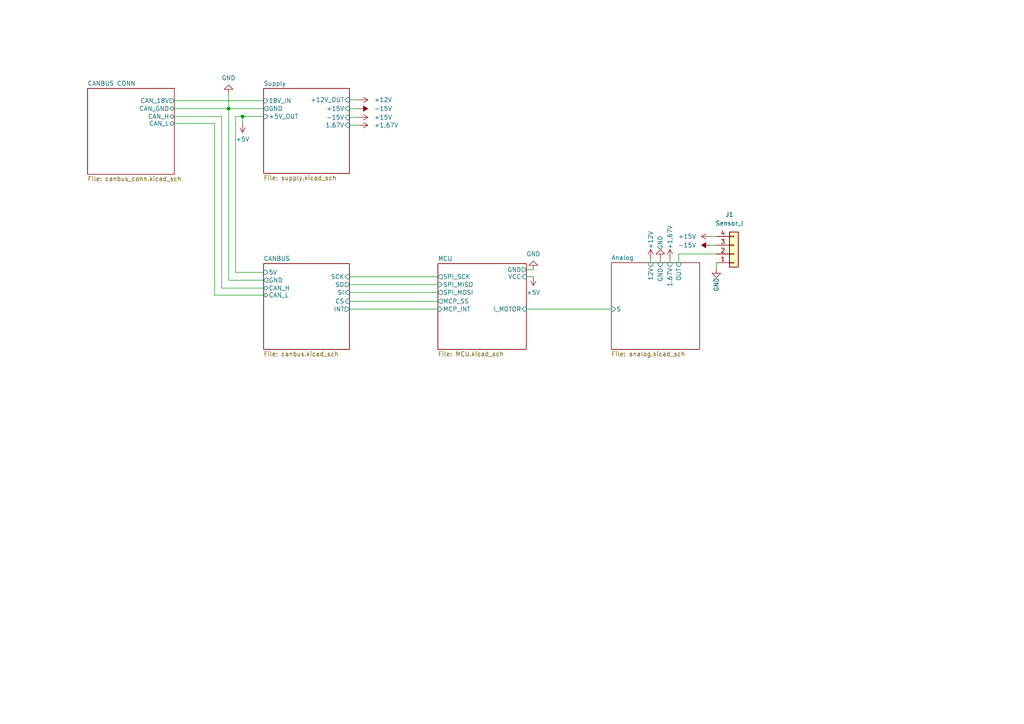
<source format=kicad_sch>
(kicad_sch (version 20250114) (generator "eeschema") (generator_version "9.0")
  (paper "A4")
  (lib_symbols
    (symbol "Connector_Generic:Conn_01x04" (pin_names (offset 1.016) (hide yes))
      (property "Reference" "J" (at 0 5.08 0))
      (property "Value" "Conn_01x04" (at 0 -7.62 0))
      (symbol "Conn_01x04_1_1"
        (rectangle (start -1.27 3.81) (end 1.27 -6.35) (stroke (width 0.254)) (fill (type background)))
        (rectangle (start -1.27 2.667) (end 0 2.413) (stroke (width 0.1524)))
        (rectangle (start -1.27 0.127) (end 0 -0.127) (stroke (width 0.1524)))
        (rectangle (start -1.27 -2.413) (end 0 -2.667) (stroke (width 0.1524)))
        (rectangle (start -1.27 -4.953) (end 0 -5.207) (stroke (width 0.1524)))
        (pin passive line (at -5.08 2.54 0) (length 3.81) (name "Pin_1") (number "1"))
        (pin passive line (at -5.08 0 0) (length 3.81) (name "Pin_2") (number "2"))
        (pin passive line (at -5.08 -2.54 0) (length 3.81) (name "Pin_3") (number "3"))
        (pin passive line (at -5.08 -5.08 0) (length 3.81) (name "Pin_4") (number "4"))
      )
    )
    (symbol "power:+12V" (power) (pin_numbers (hide yes)) (pin_names (offset 0) (hide yes))
      (property "Value" "+12V" (at 0 3.556 0))
      (symbol "+12V_0_1"
        (polyline (pts (xy -0.762 1.27) (xy 0 2.54)))
        (polyline (pts (xy 0 2.54) (xy 0.762 1.27)))
        (polyline (pts (xy 0 0) (xy 0 2.54)))
      )
      (symbol "+12V_1_1"
        (pin power_in line (at 0 0 90) (length 0) (name "~") (number "1"))
      )
    )
    (symbol "power:+15V" (power) (pin_numbers (hide yes)) (pin_names (offset 0) (hide yes))
      (property "Value" "+15V" (at 0 3.556 0))
      (symbol "+15V_0_1"
        (polyline (pts (xy -0.762 1.27) (xy 0 2.54)))
        (polyline (pts (xy 0 2.54) (xy 0.762 1.27)))
        (polyline (pts (xy 0 0) (xy 0 2.54)))
      )
      (symbol "+15V_1_1"
        (pin power_in line (at 0 0 90) (length 0) (name "~") (number "1"))
      )
    )
    (symbol "power:+5V" (power) (pin_numbers (hide yes)) (pin_names (offset 0) (hide yes))
      (property "Value" "+5V" (at 0 3.556 0))
      (symbol "+5V_0_1"
        (polyline (pts (xy -0.762 1.27) (xy 0 2.54)))
        (polyline (pts (xy 0 2.54) (xy 0.762 1.27)))
        (polyline (pts (xy 0 0) (xy 0 2.54)))
      )
      (symbol "+5V_1_1"
        (pin power_in line (at 0 0 90) (length 0) (name "~") (number "1"))
      )
    )
    (symbol "power:-15V" (power) (pin_numbers (hide yes)) (pin_names (offset 0) (hide yes))
      (property "Value" "-15V" (at 0 3.556 0))
      (symbol "-15V_0_0"
        (pin power_in line (at 0 0 90) (length 0) (name "~") (number "1"))
      )
      (symbol "-15V_0_1"
        (polyline (pts (xy 0 0) (xy 0 1.27) (xy 0.762 1.27) (xy 0 2.54) (xy -0.762 1.27) (xy 0 1.27)) (fill (type outline)))
      )
    )
    (symbol "power:GND" (power) (pin_numbers (hide yes)) (pin_names (offset 0) (hide yes))
      (property "Value" "GND" (at 0 -3.81 0))
      (symbol "GND_0_1"
        (polyline (pts (xy 0 0) (xy 0 -1.27) (xy 1.27 -1.27) (xy 0 -2.54) (xy -1.27 -1.27) (xy 0 -1.27)))
      )
      (symbol "GND_1_1"
        (pin power_in line (at 0 0 270) (length 0) (name "~") (number "1"))
      )
    )
  )
  (junction (at 70.358 33.782))
  (junction (at 66.294 31.496))
  (wire (pts (xy 152.654 80.264) (xy 154.686 80.264)))
  (wire (pts (xy 70.358 33.782) (xy 76.454 33.782)))
  (wire (pts (xy 68.326 78.994) (xy 68.326 33.782)))
  (wire (pts (xy 50.546 29.21) (xy 76.454 29.21)))
  (wire (pts (xy 66.294 81.28) (xy 76.454 81.28)))
  (wire (pts (xy 188.722 74.93) (xy 188.722 76.2)))
  (wire (pts (xy 152.654 78.232) (xy 154.686 78.232)))
  (wire (pts (xy 101.346 80.264) (xy 127 80.264)))
  (wire (pts (xy 101.346 31.496) (xy 104.14 31.496)))
  (wire (pts (xy 50.546 31.496) (xy 66.294 31.496)))
  (wire (pts (xy 101.346 82.55) (xy 127 82.55)))
  (wire (pts (xy 64.262 33.782) (xy 64.262 83.566)))
  (wire (pts (xy 62.23 85.598) (xy 76.454 85.598)))
  (wire (pts (xy 62.23 35.814) (xy 62.23 85.598)))
  (wire (pts (xy 64.262 83.566) (xy 76.454 83.566)))
  (wire (pts (xy 68.326 33.782) (xy 70.358 33.782)))
  (wire (pts (xy 101.346 34.036) (xy 104.14 34.036)))
  (wire (pts (xy 194.31 74.93) (xy 194.31 76.2)))
  (wire (pts (xy 68.326 78.994) (xy 76.454 78.994)))
  (wire (pts (xy 191.516 74.93) (xy 191.516 76.2)))
  (wire (pts (xy 196.85 73.66) (xy 207.772 73.66)))
  (wire (pts (xy 101.346 36.322) (xy 104.14 36.322)))
  (wire (pts (xy 70.358 33.782) (xy 70.358 35.814)))
  (wire (pts (xy 152.654 89.662) (xy 177.292 89.662)))
  (wire (pts (xy 101.346 28.956) (xy 104.14 28.956)))
  (wire (pts (xy 207.772 76.2) (xy 207.772 77.978)))
  (wire (pts (xy 66.294 27.178) (xy 66.294 31.496)))
  (wire (pts (xy 101.346 84.836) (xy 127 84.836)))
  (wire (pts (xy 196.85 73.66) (xy 196.85 76.2)))
  (wire (pts (xy 62.23 35.814) (xy 50.546 35.814)))
  (wire (pts (xy 101.346 89.662) (xy 127 89.662)))
  (wire (pts (xy 66.294 31.496) (xy 76.454 31.496)))
  (wire (pts (xy 50.546 33.782) (xy 64.262 33.782)))
  (wire (pts (xy 205.994 71.12) (xy 207.772 71.12)))
  (wire (pts (xy 205.994 68.58) (xy 207.772 68.58)))
  (wire (pts (xy 66.294 31.496) (xy 66.294 81.28)))
  (wire (pts (xy 101.346 87.376) (xy 127 87.376)))
  (symbol (lib_id "power:+15V") (at 104.14 34.036 270) (unit 1)
    (property "Reference" "#PWR016" (effects (hide yes)))
    (property "Value" "+15V" (at 108.458 34.0359 90) (effects (justify left)))
    (property "Description" "Power symbol creates a global label with name \"+15V\"" (effects (hide yes)))
  )
  (symbol (lib_id "power:GND") (at 154.686 78.232 180) (unit 1)
    (property "Reference" "#PWR011" (effects (hide yes)))
    (property "Value" "GND" (at 154.686 73.66 0))
    (property "Description" "Power symbol creates a global label with name \"GND\" , ground" (effects (hide yes)))
  )
  (symbol (lib_id "power:+5V") (at 70.358 35.814 180) (unit 1)
    (property "Reference" "#PWR012" (effects (hide yes)))
    (property "Value" "+5V" (at 70.358 40.386 0))
    (property "Description" "Power symbol creates a global label with name \"+5V\"" (effects (hide yes)))
  )
  (symbol (lib_id "power:+15V") (at 205.994 68.58 90) (unit 1)
    (property "Reference" "#PWR028" (effects (hide yes)))
    (property "Value" "+15V" (at 201.93 68.5799 90) (effects (justify left)))
    (property "Description" "Power symbol creates a global label with name \"+15V\"" (effects (hide yes)))
  )
  (symbol (lib_id "power:+5V") (at 154.686 80.264 180) (unit 1)
    (property "Reference" "#PWR013" (effects (hide yes)))
    (property "Value" "+5V" (at 154.686 84.836 0))
    (property "Description" "Power symbol creates a global label with name \"+5V\"" (effects (hide yes)))
  )
  (symbol (lib_id "power:-15V") (at 104.14 31.496 270) (unit 1)
    (property "Reference" "#PWR015" (effects (hide yes)))
    (property "Value" "-15V" (at 108.458 31.4959 90) (effects (justify left)))
    (property "Description" "Power symbol creates a global label with name \"-15V\"" (effects (hide yes)))
  )
  (symbol (lib_id "power:+15V") (at 194.31 74.93 0) (unit 1)
    (property "Reference" "#PWR025" (effects (hide yes)))
    (property "Value" "+1,67V" (at 194.31 68.834 90))
    (property "Description" "Power symbol creates a global label with name \"+15V\"" (effects (hide yes)))
  )
  (symbol (lib_id "power:+12V") (at 104.14 28.956 270) (unit 1)
    (property "Reference" "#PWR014" (effects (hide yes)))
    (property "Value" "+12V" (at 108.458 28.9559 90) (effects (justify left)))
    (property "Description" "Power symbol creates a global label with name \"+12V\"" (effects (hide yes)))
  )
  (symbol (lib_id "power:GND") (at 207.772 77.978 0) (unit 1)
    (property "Reference" "#PWR026" (effects (hide yes)))
    (property "Value" "GND" (at 207.772 82.55 90))
    (property "Description" "Power symbol creates a global label with name \"GND\" , ground" (effects (hide yes)))
  )
  (symbol (lib_id "power:-15V") (at 205.994 71.12 90) (unit 1)
    (property "Reference" "#PWR027" (effects (hide yes)))
    (property "Value" "-15V" (at 201.93 71.1199 90) (effects (justify left)))
    (property "Description" "Power symbol creates a global label with name \"-15V\"" (effects (hide yes)))
  )
  (symbol (lib_id "power:+15V") (at 104.14 36.322 270) (unit 1)
    (property "Reference" "#PWR024" (effects (hide yes)))
    (property "Value" "+1,67V" (at 108.458 36.3219 90) (effects (justify left)))
    (property "Description" "Power symbol creates a global label with name \"+15V\"" (effects (hide yes)))
  )
  (symbol (lib_id "power:GND") (at 66.294 27.178 180) (unit 1)
    (property "Reference" "#PWR010" (effects (hide yes)))
    (property "Value" "GND" (at 66.294 22.606 0))
    (property "Description" "Power symbol creates a global label with name \"GND\" , ground" (effects (hide yes)))
  )
  (symbol (lib_id "power:+12V") (at 188.722 74.93 0) (unit 1)
    (property "Reference" "#PWR021" (effects (hide yes)))
    (property "Value" "+12V" (at 188.722 69.596 90))
    (property "Description" "Power symbol creates a global label with name \"+12V\"" (effects (hide yes)))
  )
  (symbol (lib_id "Connector_Generic:Conn_01x04") (at 212.852 73.66 0) (mirror x) (unit 1)
    (property "Reference" "J1" (at 211.582 62.23 0))
    (property "Value" "Sensor_I" (at 211.582 64.77 0))
    (property "Footprint" "Connector_PinHeader_2.54mm:PinHeader_1x04_P2.54mm_Vertical" (effects (hide yes)))
  )
  (symbol (lib_id "power:GND") (at 191.516 74.93 180) (unit 1)
    (property "Reference" "#PWR020" (effects (hide yes)))
    (property "Value" "GND" (at 191.516 70.358 90))
    (property "Description" "Power symbol creates a global label with name \"GND\" , ground" (effects (hide yes)))
  )
  (sheet (at 25.4 25.654) (size 25.146 24.892) (stroke (width 0.1524))
    (property "Sheetname" "CANBUS CONN" (at 25.4 24.9424 0) (effects (justify left bottom)))
    (property "Sheetfile" "canbus_conn.kicad_sch" (at 25.4 51.1306 0) (effects (justify left top)))
    (pin "CAN_18V" output (at 50.546 29.21 0))
    (pin "CAN_GND" bidirectional (at 50.546 31.496 0))
    (pin "CAN_H" bidirectional (at 50.546 33.782 0))
    (pin "CAN_L" bidirectional (at 50.546 35.814 0))
  )
  (sheet (at 76.454 25.654) (size 24.892 24.638) (stroke (width 0.1524))
    (property "Sheetname" "Supply" (at 76.454 24.9424 0) (effects (justify left bottom)))
    (property "Sheetfile" "supply.kicad_sch" (at 76.454 50.8766 0) (effects (justify left top)))
    (pin "+5V_OUT" input (at 76.454 33.782 180))
    (pin "+12V_OUT" input (at 101.346 28.956 0))
    (pin "+15V" input (at 101.346 31.496 0))
    (pin "-15V" input (at 101.346 34.036 0))
    (pin "18V_IN" input (at 76.454 29.21 180))
    (pin "GND" output (at 76.454 31.496 180))
    (pin "1.67V" input (at 101.346 36.322 0))
  )
  (sheet (at 177.292 76.2) (size 25.654 25.146) (stroke (width 0.1524))
    (property "Sheetname" "Analog" (at 177.292 75.4884 0) (effects (justify left bottom)))
    (property "Sheetfile" "analog.kicad_sch" (at 177.292 101.9306 0) (effects (justify left top)))
    (pin "12V" input (at 188.722 76.2 90))
    (pin "GND" input (at 191.516 76.2 90))
    (pin "1.67V" input (at 194.31 76.2 90))
    (pin "OUT" input (at 196.85 76.2 90))
    (pin "S" input (at 177.292 89.662 180))
  )
  (sheet (at 127 76.454) (size 25.654 24.892) (stroke (width 0.1524))
    (property "Sheetname" "MCU" (at 127 75.7424 0) (effects (justify left bottom)))
    (property "Sheetfile" "MCU.kicad_sch" (at 127 101.9306 0) (effects (justify left top)))
    (pin "GND" output (at 152.654 78.232 0))
    (pin "MCP_INT" input (at 127 89.662 180))
    (pin "MCP_SS" output (at 127 87.376 180))
    (pin "SPI_MISO" input (at 127 82.55 180))
    (pin "SPI_MOSI" output (at 127 84.836 180))
    (pin "SPI_SCK" output (at 127 80.264 180))
    (pin "VCC" input (at 152.654 80.264 0))
    (pin "I_MOTOR" input (at 152.654 89.662 0))
  )
  (sheet (at 76.454 76.454) (size 24.892 24.892) (stroke (width 0.1524))
    (property "Sheetname" "CANBUS" (at 76.454 75.7424 0) (effects (justify left bottom)))
    (property "Sheetfile" "canbus.kicad_sch" (at 76.454 101.9306 0) (effects (justify left top)))
    (pin "CAN_H" bidirectional (at 76.454 83.566 180))
    (pin "CAN_L" bidirectional (at 76.454 85.598 180))
    (pin "CS" input (at 101.346 87.376 0))
    (pin "GND" output (at 76.454 81.28 180))
    (pin "INT" output (at 101.346 89.662 0))
    (pin "SCK" input (at 101.346 80.264 0))
    (pin "SI" input (at 101.346 84.836 0))
    (pin "SO" output (at 101.346 82.55 0))
    (pin "5V" input (at 76.454 78.994 180))
  )
)
</source>
